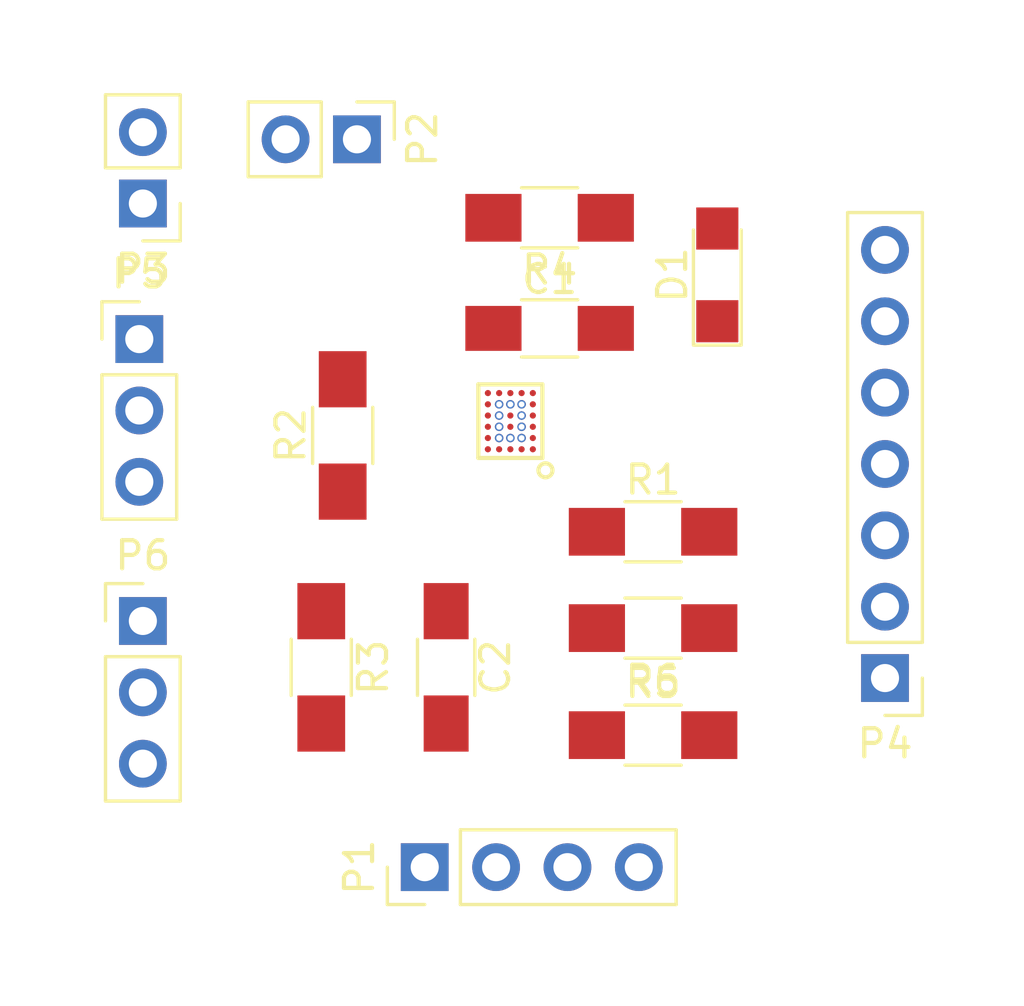
<source format=kicad_pcb>
(kicad_pcb (version 4) (host pcbnew 4.0.5)

  (general
    (links 42)
    (no_connects 42)
    (area 0 0 0 0)
    (thickness 1.6)
    (drawings 0)
    (tracks 0)
    (zones 0)
    (modules 16)
    (nets 26)
  )

  (page A4)
  (layers
    (0 F.Cu signal)
    (31 B.Cu signal)
    (32 B.Adhes user)
    (33 F.Adhes user)
    (34 B.Paste user)
    (35 F.Paste user)
    (36 B.SilkS user)
    (37 F.SilkS user)
    (38 B.Mask user)
    (39 F.Mask user)
    (40 Dwgs.User user)
    (41 Cmts.User user)
    (42 Eco1.User user)
    (43 Eco2.User user)
    (44 Edge.Cuts user)
    (45 Margin user)
    (46 B.CrtYd user)
    (47 F.CrtYd user)
    (48 B.Fab user)
    (49 F.Fab user)
  )

  (setup
    (last_trace_width 0.25)
    (trace_clearance 0.2)
    (zone_clearance 0.508)
    (zone_45_only no)
    (trace_min 0.2)
    (segment_width 0.2)
    (edge_width 0.15)
    (via_size 0.6)
    (via_drill 0.4)
    (via_min_size 0.4)
    (via_min_drill 0.3)
    (uvia_size 0.3)
    (uvia_drill 0.1)
    (uvias_allowed no)
    (uvia_min_size 0.2)
    (uvia_min_drill 0.1)
    (pcb_text_width 0.3)
    (pcb_text_size 1.5 1.5)
    (mod_edge_width 0.15)
    (mod_text_size 1 1)
    (mod_text_width 0.15)
    (pad_size 1.524 1.524)
    (pad_drill 0.762)
    (pad_to_mask_clearance 0.2)
    (aux_axis_origin 0 0)
    (visible_elements FFFFFF7F)
    (pcbplotparams
      (layerselection 0x00030_80000001)
      (usegerberextensions false)
      (excludeedgelayer true)
      (linewidth 0.100000)
      (plotframeref false)
      (viasonmask false)
      (mode 1)
      (useauxorigin false)
      (hpglpennumber 1)
      (hpglpenspeed 20)
      (hpglpendiameter 15)
      (hpglpenoverlay 2)
      (psnegative false)
      (psa4output false)
      (plotreference true)
      (plotvalue true)
      (plotinvisibletext false)
      (padsonsilk false)
      (subtractmaskfromsilk false)
      (outputformat 1)
      (mirror false)
      (drillshape 1)
      (scaleselection 1)
      (outputdirectory ""))
  )

  (net 0 "")
  (net 1 LDO)
  (net 2 nCHG)
  (net 3 BAT+)
  (net 4 GND)
  (net 5 "Net-(D1-Pad2)")
  (net 6 BATMS)
  (net 7 BAT_NTC)
  (net 8 SYS)
  (net 9 CEN)
  (net 10 RESET_NOW)
  (net 11 RST_PENDING)
  (net 12 nRESET)
  (net 13 SW_SEL)
  (net 14 WAKE_UP)
  (net 15 SW2_I)
  (net 16 SW2_OA)
  (net 17 SW2_OB)
  (net 18 SW1_I)
  (net 19 SW1_OA)
  (net 20 SW1_OB)
  (net 21 "Net-(R1-Pad1)")
  (net 22 "Net-(R2-Pad1)")
  (net 23 "Net-(R3-Pad2)")
  (net 24 "Net-(R5-Pad2)")
  (net 25 +5V)

  (net_class Default "This is the default net class."
    (clearance 0.2)
    (trace_width 0.25)
    (via_dia 0.6)
    (via_drill 0.4)
    (uvia_dia 0.3)
    (uvia_drill 0.1)
    (add_net +5V)
    (add_net BAT+)
    (add_net BATMS)
    (add_net BAT_NTC)
    (add_net CEN)
    (add_net GND)
    (add_net LDO)
    (add_net "Net-(D1-Pad2)")
    (add_net "Net-(R1-Pad1)")
    (add_net "Net-(R2-Pad1)")
    (add_net "Net-(R3-Pad2)")
    (add_net "Net-(R5-Pad2)")
    (add_net RESET_NOW)
    (add_net RST_PENDING)
    (add_net SW1_I)
    (add_net SW1_OA)
    (add_net SW1_OB)
    (add_net SW2_I)
    (add_net SW2_OA)
    (add_net SW2_OB)
    (add_net SW_SEL)
    (add_net SYS)
    (add_net WAKE_UP)
    (add_net nCHG)
    (add_net nRESET)
  )

  (module Capacitors_SMD:C_1206_HandSoldering (layer F.Cu) (tedit 58AA84D1) (tstamp 58D3EDC3)
    (at 198.247 132.969)
    (descr "Capacitor SMD 1206, hand soldering")
    (tags "capacitor 1206")
    (path /58D03C0F)
    (attr smd)
    (fp_text reference C1 (at 0 -1.75) (layer F.SilkS)
      (effects (font (size 1 1) (thickness 0.15)))
    )
    (fp_text value C (at 0 2) (layer F.Fab)
      (effects (font (size 1 1) (thickness 0.15)))
    )
    (fp_text user %R (at 0 -1.75) (layer F.Fab)
      (effects (font (size 1 1) (thickness 0.15)))
    )
    (fp_line (start -1.6 0.8) (end -1.6 -0.8) (layer F.Fab) (width 0.1))
    (fp_line (start 1.6 0.8) (end -1.6 0.8) (layer F.Fab) (width 0.1))
    (fp_line (start 1.6 -0.8) (end 1.6 0.8) (layer F.Fab) (width 0.1))
    (fp_line (start -1.6 -0.8) (end 1.6 -0.8) (layer F.Fab) (width 0.1))
    (fp_line (start 1 -1.02) (end -1 -1.02) (layer F.SilkS) (width 0.12))
    (fp_line (start -1 1.02) (end 1 1.02) (layer F.SilkS) (width 0.12))
    (fp_line (start -3.25 -1.05) (end 3.25 -1.05) (layer F.CrtYd) (width 0.05))
    (fp_line (start -3.25 -1.05) (end -3.25 1.05) (layer F.CrtYd) (width 0.05))
    (fp_line (start 3.25 1.05) (end 3.25 -1.05) (layer F.CrtYd) (width 0.05))
    (fp_line (start 3.25 1.05) (end -3.25 1.05) (layer F.CrtYd) (width 0.05))
    (pad 1 smd rect (at -2 0) (size 2 1.6) (layers F.Cu F.Paste F.Mask)
      (net 1 LDO))
    (pad 2 smd rect (at 2 0) (size 2 1.6) (layers F.Cu F.Paste F.Mask)
      (net 2 nCHG))
    (model Capacitors_SMD.3dshapes/C_1206.wrl
      (at (xyz 0 0 0))
      (scale (xyz 1 1 1))
      (rotate (xyz 0 0 0))
    )
  )

  (module Capacitors_SMD:C_1206_HandSoldering (layer F.Cu) (tedit 58AA84D1) (tstamp 58D3EDC9)
    (at 194.564 145.034 270)
    (descr "Capacitor SMD 1206, hand soldering")
    (tags "capacitor 1206")
    (path /58D03710)
    (attr smd)
    (fp_text reference C2 (at 0 -1.75 270) (layer F.SilkS)
      (effects (font (size 1 1) (thickness 0.15)))
    )
    (fp_text value C (at 0 2 270) (layer F.Fab)
      (effects (font (size 1 1) (thickness 0.15)))
    )
    (fp_text user %R (at 0 -1.75 270) (layer F.Fab)
      (effects (font (size 1 1) (thickness 0.15)))
    )
    (fp_line (start -1.6 0.8) (end -1.6 -0.8) (layer F.Fab) (width 0.1))
    (fp_line (start 1.6 0.8) (end -1.6 0.8) (layer F.Fab) (width 0.1))
    (fp_line (start 1.6 -0.8) (end 1.6 0.8) (layer F.Fab) (width 0.1))
    (fp_line (start -1.6 -0.8) (end 1.6 -0.8) (layer F.Fab) (width 0.1))
    (fp_line (start 1 -1.02) (end -1 -1.02) (layer F.SilkS) (width 0.12))
    (fp_line (start -1 1.02) (end 1 1.02) (layer F.SilkS) (width 0.12))
    (fp_line (start -3.25 -1.05) (end 3.25 -1.05) (layer F.CrtYd) (width 0.05))
    (fp_line (start -3.25 -1.05) (end -3.25 1.05) (layer F.CrtYd) (width 0.05))
    (fp_line (start 3.25 1.05) (end 3.25 -1.05) (layer F.CrtYd) (width 0.05))
    (fp_line (start 3.25 1.05) (end -3.25 1.05) (layer F.CrtYd) (width 0.05))
    (pad 1 smd rect (at -2 0 270) (size 2 1.6) (layers F.Cu F.Paste F.Mask)
      (net 3 BAT+))
    (pad 2 smd rect (at 2 0 270) (size 2 1.6) (layers F.Cu F.Paste F.Mask)
      (net 4 GND))
    (model Capacitors_SMD.3dshapes/C_1206.wrl
      (at (xyz 0 0 0))
      (scale (xyz 1 1 1))
      (rotate (xyz 0 0 0))
    )
  )

  (module LEDs:LED_1206 (layer F.Cu) (tedit 57FE943C) (tstamp 58D3EDCF)
    (at 204.216 131.064 90)
    (descr "LED 1206 smd package")
    (tags "LED led 1206 SMD smd SMT smt smdled SMDLED smtled SMTLED")
    (path /58D03C59)
    (attr smd)
    (fp_text reference D1 (at 0 -1.6 90) (layer F.SilkS)
      (effects (font (size 1 1) (thickness 0.15)))
    )
    (fp_text value LED (at 0 1.7 90) (layer F.Fab)
      (effects (font (size 1 1) (thickness 0.15)))
    )
    (fp_line (start -2.5 -0.85) (end -2.5 0.85) (layer F.SilkS) (width 0.12))
    (fp_line (start -0.45 -0.4) (end -0.45 0.4) (layer F.Fab) (width 0.1))
    (fp_line (start -0.4 0) (end 0.2 -0.4) (layer F.Fab) (width 0.1))
    (fp_line (start 0.2 0.4) (end -0.4 0) (layer F.Fab) (width 0.1))
    (fp_line (start 0.2 -0.4) (end 0.2 0.4) (layer F.Fab) (width 0.1))
    (fp_line (start 1.6 0.8) (end -1.6 0.8) (layer F.Fab) (width 0.1))
    (fp_line (start 1.6 -0.8) (end 1.6 0.8) (layer F.Fab) (width 0.1))
    (fp_line (start -1.6 -0.8) (end 1.6 -0.8) (layer F.Fab) (width 0.1))
    (fp_line (start -1.6 0.8) (end -1.6 -0.8) (layer F.Fab) (width 0.1))
    (fp_line (start -2.45 0.85) (end 1.6 0.85) (layer F.SilkS) (width 0.12))
    (fp_line (start -2.45 -0.85) (end 1.6 -0.85) (layer F.SilkS) (width 0.12))
    (fp_line (start 2.65 -1) (end 2.65 1) (layer F.CrtYd) (width 0.05))
    (fp_line (start 2.65 1) (end -2.65 1) (layer F.CrtYd) (width 0.05))
    (fp_line (start -2.65 1) (end -2.65 -1) (layer F.CrtYd) (width 0.05))
    (fp_line (start -2.65 -1) (end 2.65 -1) (layer F.CrtYd) (width 0.05))
    (pad 2 smd rect (at 1.65 0 270) (size 1.5 1.5) (layers F.Cu F.Paste F.Mask)
      (net 5 "Net-(D1-Pad2)"))
    (pad 1 smd rect (at -1.65 0 270) (size 1.5 1.5) (layers F.Cu F.Paste F.Mask)
      (net 2 nCHG))
    (model LEDs.3dshapes/LED_1206.wrl
      (at (xyz 0 0 0))
      (scale (xyz 1 1 1))
      (rotate (xyz 0 0 180))
    )
  )

  (module Pin_Headers:Pin_Header_Straight_1x04_Pitch2.54mm (layer F.Cu) (tedit 58CD4EC1) (tstamp 58D3EDD7)
    (at 193.802 152.146 90)
    (descr "Through hole straight pin header, 1x04, 2.54mm pitch, single row")
    (tags "Through hole pin header THT 1x04 2.54mm single row")
    (path /58D1B584)
    (fp_text reference P1 (at 0 -2.33 90) (layer F.SilkS)
      (effects (font (size 1 1) (thickness 0.15)))
    )
    (fp_text value CONN_01X04 (at 0 9.95 90) (layer F.Fab)
      (effects (font (size 1 1) (thickness 0.15)))
    )
    (fp_line (start -1.27 -1.27) (end -1.27 8.89) (layer F.Fab) (width 0.1))
    (fp_line (start -1.27 8.89) (end 1.27 8.89) (layer F.Fab) (width 0.1))
    (fp_line (start 1.27 8.89) (end 1.27 -1.27) (layer F.Fab) (width 0.1))
    (fp_line (start 1.27 -1.27) (end -1.27 -1.27) (layer F.Fab) (width 0.1))
    (fp_line (start -1.33 1.27) (end -1.33 8.95) (layer F.SilkS) (width 0.12))
    (fp_line (start -1.33 8.95) (end 1.33 8.95) (layer F.SilkS) (width 0.12))
    (fp_line (start 1.33 8.95) (end 1.33 1.27) (layer F.SilkS) (width 0.12))
    (fp_line (start 1.33 1.27) (end -1.33 1.27) (layer F.SilkS) (width 0.12))
    (fp_line (start -1.33 0) (end -1.33 -1.33) (layer F.SilkS) (width 0.12))
    (fp_line (start -1.33 -1.33) (end 0 -1.33) (layer F.SilkS) (width 0.12))
    (fp_line (start -1.8 -1.8) (end -1.8 9.4) (layer F.CrtYd) (width 0.05))
    (fp_line (start -1.8 9.4) (end 1.8 9.4) (layer F.CrtYd) (width 0.05))
    (fp_line (start 1.8 9.4) (end 1.8 -1.8) (layer F.CrtYd) (width 0.05))
    (fp_line (start 1.8 -1.8) (end -1.8 -1.8) (layer F.CrtYd) (width 0.05))
    (fp_text user %R (at 0 -2.33 90) (layer F.Fab)
      (effects (font (size 1 1) (thickness 0.15)))
    )
    (pad 1 thru_hole rect (at 0 0 90) (size 1.7 1.7) (drill 1) (layers *.Cu *.Mask)
      (net 3 BAT+))
    (pad 2 thru_hole oval (at 0 2.54 90) (size 1.7 1.7) (drill 1) (layers *.Cu *.Mask)
      (net 6 BATMS))
    (pad 3 thru_hole oval (at 0 5.08 90) (size 1.7 1.7) (drill 1) (layers *.Cu *.Mask)
      (net 7 BAT_NTC))
    (pad 4 thru_hole oval (at 0 7.62 90) (size 1.7 1.7) (drill 1) (layers *.Cu *.Mask)
      (net 4 GND))
    (model ${KISYS3DMOD}/Pin_Headers.3dshapes/Pin_Header_Straight_1x04_Pitch2.54mm.wrl
      (at (xyz 0 -0.15 0))
      (scale (xyz 1 1 1))
      (rotate (xyz 0 0 90))
    )
  )

  (module Pin_Headers:Pin_Header_Straight_1x02_Pitch2.54mm (layer F.Cu) (tedit 58CD4EC1) (tstamp 58D3EDDD)
    (at 191.389 126.238 270)
    (descr "Through hole straight pin header, 1x02, 2.54mm pitch, single row")
    (tags "Through hole pin header THT 1x02 2.54mm single row")
    (path /58D1B406)
    (fp_text reference P2 (at 0 -2.33 270) (layer F.SilkS)
      (effects (font (size 1 1) (thickness 0.15)))
    )
    (fp_text value CONN_01X02 (at 0 4.87 270) (layer F.Fab)
      (effects (font (size 1 1) (thickness 0.15)))
    )
    (fp_line (start -1.27 -1.27) (end -1.27 3.81) (layer F.Fab) (width 0.1))
    (fp_line (start -1.27 3.81) (end 1.27 3.81) (layer F.Fab) (width 0.1))
    (fp_line (start 1.27 3.81) (end 1.27 -1.27) (layer F.Fab) (width 0.1))
    (fp_line (start 1.27 -1.27) (end -1.27 -1.27) (layer F.Fab) (width 0.1))
    (fp_line (start -1.33 1.27) (end -1.33 3.87) (layer F.SilkS) (width 0.12))
    (fp_line (start -1.33 3.87) (end 1.33 3.87) (layer F.SilkS) (width 0.12))
    (fp_line (start 1.33 3.87) (end 1.33 1.27) (layer F.SilkS) (width 0.12))
    (fp_line (start 1.33 1.27) (end -1.33 1.27) (layer F.SilkS) (width 0.12))
    (fp_line (start -1.33 0) (end -1.33 -1.33) (layer F.SilkS) (width 0.12))
    (fp_line (start -1.33 -1.33) (end 0 -1.33) (layer F.SilkS) (width 0.12))
    (fp_line (start -1.8 -1.8) (end -1.8 4.35) (layer F.CrtYd) (width 0.05))
    (fp_line (start -1.8 4.35) (end 1.8 4.35) (layer F.CrtYd) (width 0.05))
    (fp_line (start 1.8 4.35) (end 1.8 -1.8) (layer F.CrtYd) (width 0.05))
    (fp_line (start 1.8 -1.8) (end -1.8 -1.8) (layer F.CrtYd) (width 0.05))
    (fp_text user %R (at 0 -2.33 270) (layer F.Fab)
      (effects (font (size 1 1) (thickness 0.15)))
    )
    (pad 1 thru_hole rect (at 0 0 270) (size 1.7 1.7) (drill 1) (layers *.Cu *.Mask)
      (net 1 LDO))
    (pad 2 thru_hole oval (at 0 2.54 270) (size 1.7 1.7) (drill 1) (layers *.Cu *.Mask)
      (net 4 GND))
    (model ${KISYS3DMOD}/Pin_Headers.3dshapes/Pin_Header_Straight_1x02_Pitch2.54mm.wrl
      (at (xyz 0 -0.05 0))
      (scale (xyz 1 1 1))
      (rotate (xyz 0 0 90))
    )
  )

  (module Pin_Headers:Pin_Header_Straight_1x02_Pitch2.54mm (layer F.Cu) (tedit 58CD4EC1) (tstamp 58D3EDE3)
    (at 183.769 128.524 180)
    (descr "Through hole straight pin header, 1x02, 2.54mm pitch, single row")
    (tags "Through hole pin header THT 1x02 2.54mm single row")
    (path /58D1B3BA)
    (fp_text reference P3 (at 0 -2.33 180) (layer F.SilkS)
      (effects (font (size 1 1) (thickness 0.15)))
    )
    (fp_text value CONN_01X02 (at 0 4.87 180) (layer F.Fab)
      (effects (font (size 1 1) (thickness 0.15)))
    )
    (fp_line (start -1.27 -1.27) (end -1.27 3.81) (layer F.Fab) (width 0.1))
    (fp_line (start -1.27 3.81) (end 1.27 3.81) (layer F.Fab) (width 0.1))
    (fp_line (start 1.27 3.81) (end 1.27 -1.27) (layer F.Fab) (width 0.1))
    (fp_line (start 1.27 -1.27) (end -1.27 -1.27) (layer F.Fab) (width 0.1))
    (fp_line (start -1.33 1.27) (end -1.33 3.87) (layer F.SilkS) (width 0.12))
    (fp_line (start -1.33 3.87) (end 1.33 3.87) (layer F.SilkS) (width 0.12))
    (fp_line (start 1.33 3.87) (end 1.33 1.27) (layer F.SilkS) (width 0.12))
    (fp_line (start 1.33 1.27) (end -1.33 1.27) (layer F.SilkS) (width 0.12))
    (fp_line (start -1.33 0) (end -1.33 -1.33) (layer F.SilkS) (width 0.12))
    (fp_line (start -1.33 -1.33) (end 0 -1.33) (layer F.SilkS) (width 0.12))
    (fp_line (start -1.8 -1.8) (end -1.8 4.35) (layer F.CrtYd) (width 0.05))
    (fp_line (start -1.8 4.35) (end 1.8 4.35) (layer F.CrtYd) (width 0.05))
    (fp_line (start 1.8 4.35) (end 1.8 -1.8) (layer F.CrtYd) (width 0.05))
    (fp_line (start 1.8 -1.8) (end -1.8 -1.8) (layer F.CrtYd) (width 0.05))
    (fp_text user %R (at 0 -2.33 180) (layer F.Fab)
      (effects (font (size 1 1) (thickness 0.15)))
    )
    (pad 1 thru_hole rect (at 0 0 180) (size 1.7 1.7) (drill 1) (layers *.Cu *.Mask)
      (net 8 SYS))
    (pad 2 thru_hole oval (at 0 2.54 180) (size 1.7 1.7) (drill 1) (layers *.Cu *.Mask)
      (net 4 GND))
    (model ${KISYS3DMOD}/Pin_Headers.3dshapes/Pin_Header_Straight_1x02_Pitch2.54mm.wrl
      (at (xyz 0 -0.05 0))
      (scale (xyz 1 1 1))
      (rotate (xyz 0 0 90))
    )
  )

  (module Pin_Headers:Pin_Header_Straight_1x07_Pitch2.54mm (layer F.Cu) (tedit 58CD4EC1) (tstamp 58D3EDEE)
    (at 210.185 145.415 180)
    (descr "Through hole straight pin header, 1x07, 2.54mm pitch, single row")
    (tags "Through hole pin header THT 1x07 2.54mm single row")
    (path /58D1BC7D)
    (fp_text reference P4 (at 0 -2.33 180) (layer F.SilkS)
      (effects (font (size 1 1) (thickness 0.15)))
    )
    (fp_text value CONN_01X07 (at 0 17.57 180) (layer F.Fab)
      (effects (font (size 1 1) (thickness 0.15)))
    )
    (fp_line (start -1.27 -1.27) (end -1.27 16.51) (layer F.Fab) (width 0.1))
    (fp_line (start -1.27 16.51) (end 1.27 16.51) (layer F.Fab) (width 0.1))
    (fp_line (start 1.27 16.51) (end 1.27 -1.27) (layer F.Fab) (width 0.1))
    (fp_line (start 1.27 -1.27) (end -1.27 -1.27) (layer F.Fab) (width 0.1))
    (fp_line (start -1.33 1.27) (end -1.33 16.57) (layer F.SilkS) (width 0.12))
    (fp_line (start -1.33 16.57) (end 1.33 16.57) (layer F.SilkS) (width 0.12))
    (fp_line (start 1.33 16.57) (end 1.33 1.27) (layer F.SilkS) (width 0.12))
    (fp_line (start 1.33 1.27) (end -1.33 1.27) (layer F.SilkS) (width 0.12))
    (fp_line (start -1.33 0) (end -1.33 -1.33) (layer F.SilkS) (width 0.12))
    (fp_line (start -1.33 -1.33) (end 0 -1.33) (layer F.SilkS) (width 0.12))
    (fp_line (start -1.8 -1.8) (end -1.8 17.05) (layer F.CrtYd) (width 0.05))
    (fp_line (start -1.8 17.05) (end 1.8 17.05) (layer F.CrtYd) (width 0.05))
    (fp_line (start 1.8 17.05) (end 1.8 -1.8) (layer F.CrtYd) (width 0.05))
    (fp_line (start 1.8 -1.8) (end -1.8 -1.8) (layer F.CrtYd) (width 0.05))
    (fp_text user %R (at 0 -2.33 180) (layer F.Fab)
      (effects (font (size 1 1) (thickness 0.15)))
    )
    (pad 1 thru_hole rect (at 0 0 180) (size 1.7 1.7) (drill 1) (layers *.Cu *.Mask)
      (net 2 nCHG))
    (pad 2 thru_hole oval (at 0 2.54 180) (size 1.7 1.7) (drill 1) (layers *.Cu *.Mask)
      (net 9 CEN))
    (pad 3 thru_hole oval (at 0 5.08 180) (size 1.7 1.7) (drill 1) (layers *.Cu *.Mask)
      (net 10 RESET_NOW))
    (pad 4 thru_hole oval (at 0 7.62 180) (size 1.7 1.7) (drill 1) (layers *.Cu *.Mask)
      (net 11 RST_PENDING))
    (pad 5 thru_hole oval (at 0 10.16 180) (size 1.7 1.7) (drill 1) (layers *.Cu *.Mask)
      (net 12 nRESET))
    (pad 6 thru_hole oval (at 0 12.7 180) (size 1.7 1.7) (drill 1) (layers *.Cu *.Mask)
      (net 13 SW_SEL))
    (pad 7 thru_hole oval (at 0 15.24 180) (size 1.7 1.7) (drill 1) (layers *.Cu *.Mask)
      (net 14 WAKE_UP))
    (model ${KISYS3DMOD}/Pin_Headers.3dshapes/Pin_Header_Straight_1x07_Pitch2.54mm.wrl
      (at (xyz 0 -0.3 0))
      (scale (xyz 1 1 1))
      (rotate (xyz 0 0 90))
    )
  )

  (module Pin_Headers:Pin_Header_Straight_1x03_Pitch2.54mm (layer F.Cu) (tedit 58CD4EC1) (tstamp 58D3EDF5)
    (at 183.642 133.35)
    (descr "Through hole straight pin header, 1x03, 2.54mm pitch, single row")
    (tags "Through hole pin header THT 1x03 2.54mm single row")
    (path /58D1B7B0)
    (fp_text reference P5 (at 0 -2.33) (layer F.SilkS)
      (effects (font (size 1 1) (thickness 0.15)))
    )
    (fp_text value CONN_01X03 (at 0 7.41) (layer F.Fab)
      (effects (font (size 1 1) (thickness 0.15)))
    )
    (fp_line (start -1.27 -1.27) (end -1.27 6.35) (layer F.Fab) (width 0.1))
    (fp_line (start -1.27 6.35) (end 1.27 6.35) (layer F.Fab) (width 0.1))
    (fp_line (start 1.27 6.35) (end 1.27 -1.27) (layer F.Fab) (width 0.1))
    (fp_line (start 1.27 -1.27) (end -1.27 -1.27) (layer F.Fab) (width 0.1))
    (fp_line (start -1.33 1.27) (end -1.33 6.41) (layer F.SilkS) (width 0.12))
    (fp_line (start -1.33 6.41) (end 1.33 6.41) (layer F.SilkS) (width 0.12))
    (fp_line (start 1.33 6.41) (end 1.33 1.27) (layer F.SilkS) (width 0.12))
    (fp_line (start 1.33 1.27) (end -1.33 1.27) (layer F.SilkS) (width 0.12))
    (fp_line (start -1.33 0) (end -1.33 -1.33) (layer F.SilkS) (width 0.12))
    (fp_line (start -1.33 -1.33) (end 0 -1.33) (layer F.SilkS) (width 0.12))
    (fp_line (start -1.8 -1.8) (end -1.8 6.85) (layer F.CrtYd) (width 0.05))
    (fp_line (start -1.8 6.85) (end 1.8 6.85) (layer F.CrtYd) (width 0.05))
    (fp_line (start 1.8 6.85) (end 1.8 -1.8) (layer F.CrtYd) (width 0.05))
    (fp_line (start 1.8 -1.8) (end -1.8 -1.8) (layer F.CrtYd) (width 0.05))
    (fp_text user %R (at 0 -2.33) (layer F.Fab)
      (effects (font (size 1 1) (thickness 0.15)))
    )
    (pad 1 thru_hole rect (at 0 0) (size 1.7 1.7) (drill 1) (layers *.Cu *.Mask)
      (net 15 SW2_I))
    (pad 2 thru_hole oval (at 0 2.54) (size 1.7 1.7) (drill 1) (layers *.Cu *.Mask)
      (net 16 SW2_OA))
    (pad 3 thru_hole oval (at 0 5.08) (size 1.7 1.7) (drill 1) (layers *.Cu *.Mask)
      (net 17 SW2_OB))
    (model ${KISYS3DMOD}/Pin_Headers.3dshapes/Pin_Header_Straight_1x03_Pitch2.54mm.wrl
      (at (xyz 0 -0.1 0))
      (scale (xyz 1 1 1))
      (rotate (xyz 0 0 90))
    )
  )

  (module Pin_Headers:Pin_Header_Straight_1x03_Pitch2.54mm (layer F.Cu) (tedit 58CD4EC1) (tstamp 58D3EDFC)
    (at 183.769 143.383)
    (descr "Through hole straight pin header, 1x03, 2.54mm pitch, single row")
    (tags "Through hole pin header THT 1x03 2.54mm single row")
    (path /58D1B7FE)
    (fp_text reference P6 (at 0 -2.33) (layer F.SilkS)
      (effects (font (size 1 1) (thickness 0.15)))
    )
    (fp_text value CONN_01X03 (at 0 7.41) (layer F.Fab)
      (effects (font (size 1 1) (thickness 0.15)))
    )
    (fp_line (start -1.27 -1.27) (end -1.27 6.35) (layer F.Fab) (width 0.1))
    (fp_line (start -1.27 6.35) (end 1.27 6.35) (layer F.Fab) (width 0.1))
    (fp_line (start 1.27 6.35) (end 1.27 -1.27) (layer F.Fab) (width 0.1))
    (fp_line (start 1.27 -1.27) (end -1.27 -1.27) (layer F.Fab) (width 0.1))
    (fp_line (start -1.33 1.27) (end -1.33 6.41) (layer F.SilkS) (width 0.12))
    (fp_line (start -1.33 6.41) (end 1.33 6.41) (layer F.SilkS) (width 0.12))
    (fp_line (start 1.33 6.41) (end 1.33 1.27) (layer F.SilkS) (width 0.12))
    (fp_line (start 1.33 1.27) (end -1.33 1.27) (layer F.SilkS) (width 0.12))
    (fp_line (start -1.33 0) (end -1.33 -1.33) (layer F.SilkS) (width 0.12))
    (fp_line (start -1.33 -1.33) (end 0 -1.33) (layer F.SilkS) (width 0.12))
    (fp_line (start -1.8 -1.8) (end -1.8 6.85) (layer F.CrtYd) (width 0.05))
    (fp_line (start -1.8 6.85) (end 1.8 6.85) (layer F.CrtYd) (width 0.05))
    (fp_line (start 1.8 6.85) (end 1.8 -1.8) (layer F.CrtYd) (width 0.05))
    (fp_line (start 1.8 -1.8) (end -1.8 -1.8) (layer F.CrtYd) (width 0.05))
    (fp_text user %R (at 0 -2.33) (layer F.Fab)
      (effects (font (size 1 1) (thickness 0.15)))
    )
    (pad 1 thru_hole rect (at 0 0) (size 1.7 1.7) (drill 1) (layers *.Cu *.Mask)
      (net 18 SW1_I))
    (pad 2 thru_hole oval (at 0 2.54) (size 1.7 1.7) (drill 1) (layers *.Cu *.Mask)
      (net 19 SW1_OA))
    (pad 3 thru_hole oval (at 0 5.08) (size 1.7 1.7) (drill 1) (layers *.Cu *.Mask)
      (net 20 SW1_OB))
    (model ${KISYS3DMOD}/Pin_Headers.3dshapes/Pin_Header_Straight_1x03_Pitch2.54mm.wrl
      (at (xyz 0 -0.1 0))
      (scale (xyz 1 1 1))
      (rotate (xyz 0 0 90))
    )
  )

  (module Resistors_SMD:R_1206_HandSoldering (layer F.Cu) (tedit 58AADA36) (tstamp 58D3EE02)
    (at 201.93 140.208)
    (descr "Resistor SMD 1206, hand soldering")
    (tags "resistor 1206")
    (path /58D03484)
    (attr smd)
    (fp_text reference R1 (at 0 -1.85) (layer F.SilkS)
      (effects (font (size 1 1) (thickness 0.15)))
    )
    (fp_text value R (at 0 1.9) (layer F.Fab)
      (effects (font (size 1 1) (thickness 0.15)))
    )
    (fp_text user %R (at 0 -1.85) (layer F.Fab)
      (effects (font (size 1 1) (thickness 0.15)))
    )
    (fp_line (start -1.6 0.8) (end -1.6 -0.8) (layer F.Fab) (width 0.1))
    (fp_line (start 1.6 0.8) (end -1.6 0.8) (layer F.Fab) (width 0.1))
    (fp_line (start 1.6 -0.8) (end 1.6 0.8) (layer F.Fab) (width 0.1))
    (fp_line (start -1.6 -0.8) (end 1.6 -0.8) (layer F.Fab) (width 0.1))
    (fp_line (start 1 1.07) (end -1 1.07) (layer F.SilkS) (width 0.12))
    (fp_line (start -1 -1.07) (end 1 -1.07) (layer F.SilkS) (width 0.12))
    (fp_line (start -3.25 -1.11) (end 3.25 -1.11) (layer F.CrtYd) (width 0.05))
    (fp_line (start -3.25 -1.11) (end -3.25 1.1) (layer F.CrtYd) (width 0.05))
    (fp_line (start 3.25 1.1) (end 3.25 -1.11) (layer F.CrtYd) (width 0.05))
    (fp_line (start 3.25 1.1) (end -3.25 1.1) (layer F.CrtYd) (width 0.05))
    (pad 1 smd rect (at -2 0) (size 2 1.7) (layers F.Cu F.Paste F.Mask)
      (net 21 "Net-(R1-Pad1)"))
    (pad 2 smd rect (at 2 0) (size 2 1.7) (layers F.Cu F.Paste F.Mask)
      (net 4 GND))
    (model Resistors_SMD.3dshapes/R_1206.wrl
      (at (xyz 0 0 0))
      (scale (xyz 1 1 1))
      (rotate (xyz 0 0 0))
    )
  )

  (module Resistors_SMD:R_1206_HandSoldering (layer F.Cu) (tedit 58AADA36) (tstamp 58D3EE08)
    (at 190.881 136.779 90)
    (descr "Resistor SMD 1206, hand soldering")
    (tags "resistor 1206")
    (path /58D034B1)
    (attr smd)
    (fp_text reference R2 (at 0 -1.85 90) (layer F.SilkS)
      (effects (font (size 1 1) (thickness 0.15)))
    )
    (fp_text value R (at 0 1.9 90) (layer F.Fab)
      (effects (font (size 1 1) (thickness 0.15)))
    )
    (fp_text user %R (at 0 -1.85 90) (layer F.Fab)
      (effects (font (size 1 1) (thickness 0.15)))
    )
    (fp_line (start -1.6 0.8) (end -1.6 -0.8) (layer F.Fab) (width 0.1))
    (fp_line (start 1.6 0.8) (end -1.6 0.8) (layer F.Fab) (width 0.1))
    (fp_line (start 1.6 -0.8) (end 1.6 0.8) (layer F.Fab) (width 0.1))
    (fp_line (start -1.6 -0.8) (end 1.6 -0.8) (layer F.Fab) (width 0.1))
    (fp_line (start 1 1.07) (end -1 1.07) (layer F.SilkS) (width 0.12))
    (fp_line (start -1 -1.07) (end 1 -1.07) (layer F.SilkS) (width 0.12))
    (fp_line (start -3.25 -1.11) (end 3.25 -1.11) (layer F.CrtYd) (width 0.05))
    (fp_line (start -3.25 -1.11) (end -3.25 1.1) (layer F.CrtYd) (width 0.05))
    (fp_line (start 3.25 1.1) (end 3.25 -1.11) (layer F.CrtYd) (width 0.05))
    (fp_line (start 3.25 1.1) (end -3.25 1.1) (layer F.CrtYd) (width 0.05))
    (pad 1 smd rect (at -2 0 90) (size 2 1.7) (layers F.Cu F.Paste F.Mask)
      (net 22 "Net-(R2-Pad1)"))
    (pad 2 smd rect (at 2 0 90) (size 2 1.7) (layers F.Cu F.Paste F.Mask)
      (net 4 GND))
    (model Resistors_SMD.3dshapes/R_1206.wrl
      (at (xyz 0 0 0))
      (scale (xyz 1 1 1))
      (rotate (xyz 0 0 0))
    )
  )

  (module Resistors_SMD:R_1206_HandSoldering (layer F.Cu) (tedit 58AADA36) (tstamp 58D3EE0E)
    (at 190.119 145.034 270)
    (descr "Resistor SMD 1206, hand soldering")
    (tags "resistor 1206")
    (path /58D0360E)
    (attr smd)
    (fp_text reference R3 (at 0 -1.85 270) (layer F.SilkS)
      (effects (font (size 1 1) (thickness 0.15)))
    )
    (fp_text value R (at 0 1.9 270) (layer F.Fab)
      (effects (font (size 1 1) (thickness 0.15)))
    )
    (fp_text user %R (at 0 -1.85 270) (layer F.Fab)
      (effects (font (size 1 1) (thickness 0.15)))
    )
    (fp_line (start -1.6 0.8) (end -1.6 -0.8) (layer F.Fab) (width 0.1))
    (fp_line (start 1.6 0.8) (end -1.6 0.8) (layer F.Fab) (width 0.1))
    (fp_line (start 1.6 -0.8) (end 1.6 0.8) (layer F.Fab) (width 0.1))
    (fp_line (start -1.6 -0.8) (end 1.6 -0.8) (layer F.Fab) (width 0.1))
    (fp_line (start 1 1.07) (end -1 1.07) (layer F.SilkS) (width 0.12))
    (fp_line (start -1 -1.07) (end 1 -1.07) (layer F.SilkS) (width 0.12))
    (fp_line (start -3.25 -1.11) (end 3.25 -1.11) (layer F.CrtYd) (width 0.05))
    (fp_line (start -3.25 -1.11) (end -3.25 1.1) (layer F.CrtYd) (width 0.05))
    (fp_line (start 3.25 1.1) (end 3.25 -1.11) (layer F.CrtYd) (width 0.05))
    (fp_line (start 3.25 1.1) (end -3.25 1.1) (layer F.CrtYd) (width 0.05))
    (pad 1 smd rect (at -2 0 270) (size 2 1.7) (layers F.Cu F.Paste F.Mask)
      (net 3 BAT+))
    (pad 2 smd rect (at 2 0 270) (size 2 1.7) (layers F.Cu F.Paste F.Mask)
      (net 23 "Net-(R3-Pad2)"))
    (model Resistors_SMD.3dshapes/R_1206.wrl
      (at (xyz 0 0 0))
      (scale (xyz 1 1 1))
      (rotate (xyz 0 0 0))
    )
  )

  (module Resistors_SMD:R_1206_HandSoldering (layer F.Cu) (tedit 58AADA36) (tstamp 58D3EE14)
    (at 198.247 129.032 180)
    (descr "Resistor SMD 1206, hand soldering")
    (tags "resistor 1206")
    (path /58D03CA9)
    (attr smd)
    (fp_text reference R4 (at 0 -1.85 180) (layer F.SilkS)
      (effects (font (size 1 1) (thickness 0.15)))
    )
    (fp_text value R (at 0 1.9 180) (layer F.Fab)
      (effects (font (size 1 1) (thickness 0.15)))
    )
    (fp_text user %R (at 0 -1.85 180) (layer F.Fab)
      (effects (font (size 1 1) (thickness 0.15)))
    )
    (fp_line (start -1.6 0.8) (end -1.6 -0.8) (layer F.Fab) (width 0.1))
    (fp_line (start 1.6 0.8) (end -1.6 0.8) (layer F.Fab) (width 0.1))
    (fp_line (start 1.6 -0.8) (end 1.6 0.8) (layer F.Fab) (width 0.1))
    (fp_line (start -1.6 -0.8) (end 1.6 -0.8) (layer F.Fab) (width 0.1))
    (fp_line (start 1 1.07) (end -1 1.07) (layer F.SilkS) (width 0.12))
    (fp_line (start -1 -1.07) (end 1 -1.07) (layer F.SilkS) (width 0.12))
    (fp_line (start -3.25 -1.11) (end 3.25 -1.11) (layer F.CrtYd) (width 0.05))
    (fp_line (start -3.25 -1.11) (end -3.25 1.1) (layer F.CrtYd) (width 0.05))
    (fp_line (start 3.25 1.1) (end 3.25 -1.11) (layer F.CrtYd) (width 0.05))
    (fp_line (start 3.25 1.1) (end -3.25 1.1) (layer F.CrtYd) (width 0.05))
    (pad 1 smd rect (at -2 0 180) (size 2 1.7) (layers F.Cu F.Paste F.Mask)
      (net 5 "Net-(D1-Pad2)"))
    (pad 2 smd rect (at 2 0 180) (size 2 1.7) (layers F.Cu F.Paste F.Mask)
      (net 1 LDO))
    (model Resistors_SMD.3dshapes/R_1206.wrl
      (at (xyz 0 0 0))
      (scale (xyz 1 1 1))
      (rotate (xyz 0 0 0))
    )
  )

  (module Resistors_SMD:R_1206_HandSoldering (layer F.Cu) (tedit 58AADA36) (tstamp 58D3EE1A)
    (at 201.93 147.447)
    (descr "Resistor SMD 1206, hand soldering")
    (tags "resistor 1206")
    (path /58D03854)
    (attr smd)
    (fp_text reference R5 (at 0 -1.85) (layer F.SilkS)
      (effects (font (size 1 1) (thickness 0.15)))
    )
    (fp_text value R (at 0 1.9) (layer F.Fab)
      (effects (font (size 1 1) (thickness 0.15)))
    )
    (fp_text user %R (at 0 -1.85) (layer F.Fab)
      (effects (font (size 1 1) (thickness 0.15)))
    )
    (fp_line (start -1.6 0.8) (end -1.6 -0.8) (layer F.Fab) (width 0.1))
    (fp_line (start 1.6 0.8) (end -1.6 0.8) (layer F.Fab) (width 0.1))
    (fp_line (start 1.6 -0.8) (end 1.6 0.8) (layer F.Fab) (width 0.1))
    (fp_line (start -1.6 -0.8) (end 1.6 -0.8) (layer F.Fab) (width 0.1))
    (fp_line (start 1 1.07) (end -1 1.07) (layer F.SilkS) (width 0.12))
    (fp_line (start -1 -1.07) (end 1 -1.07) (layer F.SilkS) (width 0.12))
    (fp_line (start -3.25 -1.11) (end 3.25 -1.11) (layer F.CrtYd) (width 0.05))
    (fp_line (start -3.25 -1.11) (end -3.25 1.1) (layer F.CrtYd) (width 0.05))
    (fp_line (start 3.25 1.1) (end 3.25 -1.11) (layer F.CrtYd) (width 0.05))
    (fp_line (start 3.25 1.1) (end -3.25 1.1) (layer F.CrtYd) (width 0.05))
    (pad 1 smd rect (at -2 0) (size 2 1.7) (layers F.Cu F.Paste F.Mask)
      (net 6 BATMS))
    (pad 2 smd rect (at 2 0) (size 2 1.7) (layers F.Cu F.Paste F.Mask)
      (net 24 "Net-(R5-Pad2)"))
    (model Resistors_SMD.3dshapes/R_1206.wrl
      (at (xyz 0 0 0))
      (scale (xyz 1 1 1))
      (rotate (xyz 0 0 0))
    )
  )

  (module Resistors_SMD:R_1206_HandSoldering (layer F.Cu) (tedit 58AADA36) (tstamp 58D3EE20)
    (at 201.93 143.637 180)
    (descr "Resistor SMD 1206, hand soldering")
    (tags "resistor 1206")
    (path /58D0388E)
    (attr smd)
    (fp_text reference R6 (at 0 -1.85 180) (layer F.SilkS)
      (effects (font (size 1 1) (thickness 0.15)))
    )
    (fp_text value R (at 0 1.9 180) (layer F.Fab)
      (effects (font (size 1 1) (thickness 0.15)))
    )
    (fp_text user %R (at 0 -1.85 180) (layer F.Fab)
      (effects (font (size 1 1) (thickness 0.15)))
    )
    (fp_line (start -1.6 0.8) (end -1.6 -0.8) (layer F.Fab) (width 0.1))
    (fp_line (start 1.6 0.8) (end -1.6 0.8) (layer F.Fab) (width 0.1))
    (fp_line (start 1.6 -0.8) (end 1.6 0.8) (layer F.Fab) (width 0.1))
    (fp_line (start -1.6 -0.8) (end 1.6 -0.8) (layer F.Fab) (width 0.1))
    (fp_line (start 1 1.07) (end -1 1.07) (layer F.SilkS) (width 0.12))
    (fp_line (start -1 -1.07) (end 1 -1.07) (layer F.SilkS) (width 0.12))
    (fp_line (start -3.25 -1.11) (end 3.25 -1.11) (layer F.CrtYd) (width 0.05))
    (fp_line (start -3.25 -1.11) (end -3.25 1.1) (layer F.CrtYd) (width 0.05))
    (fp_line (start 3.25 1.1) (end 3.25 -1.11) (layer F.CrtYd) (width 0.05))
    (fp_line (start 3.25 1.1) (end -3.25 1.1) (layer F.CrtYd) (width 0.05))
    (pad 1 smd rect (at -2 0 180) (size 2 1.7) (layers F.Cu F.Paste F.Mask)
      (net 4 GND))
    (pad 2 smd rect (at 2 0 180) (size 2 1.7) (layers F.Cu F.Paste F.Mask)
      (net 6 BATMS))
    (model Resistors_SMD.3dshapes/R_1206.wrl
      (at (xyz 0 0 0))
      (scale (xyz 1 1 1))
      (rotate (xyz 0 0 0))
    )
  )

  (module myfootprint:STBC02 (layer F.Cu) (tedit 589B87F5) (tstamp 58D3EE42)
    (at 196.85 136.271)
    (path /58D02812)
    (fp_text reference U1 (at 0 -2) (layer F.SilkS) hide
      (effects (font (size 1 1) (thickness 0.15)))
    )
    (fp_text value STBC02 (at 0 -3.25) (layer F.Fab)
      (effects (font (size 1 1) (thickness 0.15)))
    )
    (fp_circle (center 1.25 1.75) (end 1.5 1.75) (layer F.SilkS) (width 0.15))
    (fp_line (start -1.14 -1.31) (end -1.14 1.31) (layer F.SilkS) (width 0.15))
    (fp_line (start -1.14 1.31) (end 1.14 1.31) (layer F.SilkS) (width 0.15))
    (fp_line (start 1.14 -1.31) (end 1.14 1.31) (layer F.SilkS) (width 0.15))
    (fp_line (start -1.14 -1.31) (end 1.14 -1.31) (layer F.SilkS) (width 0.15))
    (pad A1 smd circle (at 0.8 1) (size 0.22 0.22) (layers F.Cu F.Paste F.Mask)
      (net 10 RESET_NOW))
    (pad A2 smd circle (at 0.4 1) (size 0.22 0.22) (layers F.Cu F.Paste F.Mask)
      (net 23 "Net-(R3-Pad2)"))
    (pad A3 smd circle (at 0 1) (size 0.22 0.22) (layers F.Cu F.Paste F.Mask)
      (net 4 GND))
    (pad A4 smd circle (at -0.4 1) (size 0.22 0.22) (layers F.Cu F.Paste F.Mask)
      (net 21 "Net-(R1-Pad1)"))
    (pad A5 smd circle (at -0.8 1) (size 0.22 0.22) (layers F.Cu F.Paste F.Mask)
      (net 3 BAT+))
    (pad D3 smd circle (at 0 -0.2) (size 0.22 0.22) (layers F.Cu F.Paste F.Mask))
    (pad E1 smd circle (at 0.8 -0.6) (size 0.22 0.22) (layers F.Cu F.Paste F.Mask)
      (net 2 nCHG))
    (pad E4 thru_hole circle (at -0.4 -0.6) (size 0.3048 0.3048) (drill 0.2032) (layers *.Cu *.Mask)
      (net 19 SW1_OA))
    (pad E5 smd circle (at -0.8 -0.6) (size 0.22 0.22) (layers F.Cu F.Paste F.Mask)
      (net 25 +5V))
    (pad F2 smd circle (at 0.4 -1) (size 0.22 0.22) (layers F.Cu F.Paste F.Mask)
      (net 16 SW2_OA))
    (pad D2 thru_hole circle (at 0.4 -0.2) (size 0.3048 0.3048) (drill 0.2032) (layers *.Cu *.Mask)
      (net 14 WAKE_UP))
    (pad D5 smd circle (at -0.8 -0.2) (size 0.22 0.22) (layers F.Cu F.Paste F.Mask)
      (net 8 SYS))
    (pad E3 thru_hole circle (at 0 -0.6) (size 0.3048 0.3048) (drill 0.2032) (layers *.Cu *.Mask)
      (net 20 SW1_OB))
    (pad F1 smd circle (at 0.8 -1) (size 0.22 0.22) (layers F.Cu F.Paste F.Mask)
      (net 17 SW2_OB))
    (pad F3 smd circle (at 0 -1) (size 0.22 0.22) (layers F.Cu F.Paste F.Mask)
      (net 18 SW1_I))
    (pad D1 smd circle (at 0.8 -0.2) (size 0.22 0.22) (layers F.Cu F.Paste F.Mask)
      (net 7 BAT_NTC))
    (pad D4 thru_hole circle (at -0.4 -0.2) (size 0.3048 0.3048) (drill 0.2032) (layers *.Cu *.Mask)
      (net 22 "Net-(R2-Pad1)"))
    (pad E2 thru_hole circle (at 0.4 -0.6) (size 0.3048 0.3048) (drill 0.2032) (layers *.Cu *.Mask)
      (net 15 SW2_I))
    (pad F4 smd circle (at -0.4 -1) (size 0.22 0.22) (layers F.Cu F.Paste F.Mask)
      (net 1 LDO))
    (pad F5 smd circle (at -0.8 -1) (size 0.22 0.22) (layers F.Cu F.Paste F.Mask)
      (net 25 +5V))
    (pad B1 smd circle (at 0.8 0.6) (size 0.22 0.22) (layers F.Cu F.Paste F.Mask)
      (net 9 CEN))
    (pad B2 thru_hole circle (at 0.4 0.6) (size 0.3048 0.3048) (drill 0.2032) (layers *.Cu *.Mask)
      (net 11 RST_PENDING))
    (pad B3 thru_hole circle (at 0 0.6) (size 0.3048 0.3048) (drill 0.2032) (layers *.Cu *.Mask)
      (net 3 BAT+))
    (pad C3 smd circle (at 0 0.2) (size 0.22 0.22) (layers F.Cu F.Paste F.Mask))
    (pad C5 smd circle (at -0.8 0.2) (size 0.22 0.22) (layers F.Cu F.Paste F.Mask)
      (net 8 SYS))
    (pad C4 thru_hole circle (at -0.4 0.2) (size 0.3048 0.3048) (drill 0.2032) (layers *.Cu *.Mask)
      (net 24 "Net-(R5-Pad2)"))
    (pad C2 thru_hole circle (at 0.4 0.2) (size 0.3048 0.3048) (drill 0.2032) (layers *.Cu *.Mask)
      (net 12 nRESET))
    (pad C1 smd circle (at 0.8 0.2) (size 0.22 0.22) (layers F.Cu F.Paste F.Mask)
      (net 13 SW_SEL))
    (pad B5 smd circle (at -0.8 0.6) (size 0.22 0.22) (layers F.Cu F.Paste F.Mask)
      (net 3 BAT+))
    (pad B4 thru_hole circle (at -0.4 0.6) (size 0.3048 0.3048) (drill 0.2032) (layers *.Cu *.Mask)
      (net 4 GND))
  )

)

</source>
